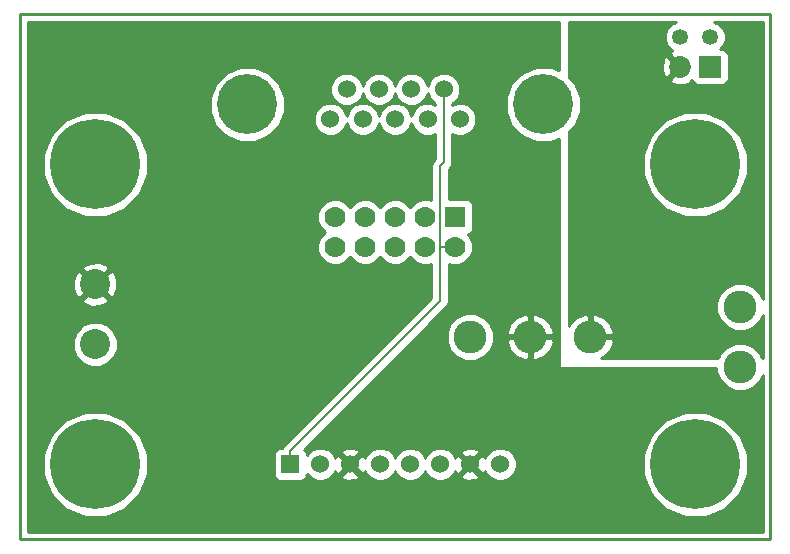
<source format=gtl>
G04 (created by PCBNEW-RS274X (2010-03-14)-final) date Tue 08 Feb 2011 04:32:16 PM PST*
G01*
G70*
G90*
%MOIN*%
G04 Gerber Fmt 3.4, Leading zero omitted, Abs format*
%FSLAX34Y34*%
G04 APERTURE LIST*
%ADD10C,0.006000*%
%ADD11C,0.009000*%
%ADD12C,0.060000*%
%ADD13C,0.200000*%
%ADD14O,0.109500X0.109500*%
%ADD15C,0.109500*%
%ADD16C,0.100000*%
%ADD17R,0.060000X0.060000*%
%ADD18R,0.070000X0.070000*%
%ADD19C,0.070000*%
%ADD20C,0.300000*%
%ADD21C,0.073000*%
%ADD22R,0.073000X0.073000*%
%ADD23C,0.053000*%
%ADD24C,0.008000*%
%ADD25C,0.010000*%
G04 APERTURE END LIST*
G54D10*
G54D11*
X38500Y-39000D02*
X38500Y-56500D01*
X63500Y-39000D02*
X38500Y-39000D01*
X63500Y-56500D02*
X63500Y-39000D01*
X38500Y-56500D02*
X63500Y-56500D01*
G54D12*
X53160Y-42500D03*
X52080Y-42500D03*
X51000Y-42500D03*
X49920Y-42500D03*
X48840Y-42500D03*
X52620Y-41500D03*
X51540Y-41500D03*
X50460Y-41500D03*
X49380Y-41500D03*
G54D13*
X55930Y-42000D03*
X46070Y-42000D03*
G54D14*
X57500Y-49750D03*
X55500Y-49750D03*
X53500Y-49750D03*
G54D15*
X62500Y-50750D03*
X62500Y-48750D03*
G54D16*
X41000Y-48000D03*
X41000Y-50000D03*
G54D17*
X47500Y-54000D03*
G54D12*
X48500Y-54000D03*
X49500Y-54000D03*
X50500Y-54000D03*
X51500Y-54000D03*
X52500Y-54000D03*
X53500Y-54000D03*
X54500Y-54000D03*
G54D18*
X53000Y-45750D03*
G54D19*
X53000Y-46750D03*
X52000Y-45750D03*
X52000Y-46750D03*
X51000Y-45750D03*
X51000Y-46750D03*
X50000Y-45750D03*
X50000Y-46750D03*
X49000Y-45750D03*
X49000Y-46750D03*
G54D20*
X41000Y-44000D03*
X61000Y-44000D03*
X41000Y-54000D03*
X61000Y-54000D03*
G54D21*
X60500Y-40750D03*
G54D22*
X61500Y-40750D03*
G54D23*
X61500Y-39750D03*
X60500Y-39750D03*
G54D24*
X53000Y-46750D02*
X52500Y-46750D01*
X52500Y-48557D02*
X52500Y-46750D01*
X47500Y-53557D02*
X52500Y-48557D01*
X52620Y-43923D02*
X52620Y-41500D01*
X52500Y-44043D02*
X52620Y-43923D01*
X52500Y-46750D02*
X52500Y-44043D01*
X47500Y-54000D02*
X47500Y-53557D01*
G54D25*
X61626Y-39244D02*
X61626Y-39244D01*
X56800Y-39324D02*
X60198Y-39324D01*
X61802Y-39324D02*
X63255Y-39324D01*
X56800Y-39404D02*
X60118Y-39404D01*
X61882Y-39404D02*
X63255Y-39404D01*
X56800Y-39484D02*
X60054Y-39484D01*
X61948Y-39484D02*
X63255Y-39484D01*
X56800Y-39564D02*
X60020Y-39564D01*
X61981Y-39564D02*
X63255Y-39564D01*
X56800Y-39644D02*
X59987Y-39644D01*
X62014Y-39644D02*
X63255Y-39644D01*
X56800Y-39724D02*
X59985Y-39724D01*
X62015Y-39724D02*
X63255Y-39724D01*
X56800Y-39804D02*
X59985Y-39804D01*
X62015Y-39804D02*
X63255Y-39804D01*
X56800Y-39884D02*
X59998Y-39884D01*
X62002Y-39884D02*
X63255Y-39884D01*
X56800Y-39964D02*
X60031Y-39964D01*
X61968Y-39964D02*
X63255Y-39964D01*
X56800Y-40044D02*
X60066Y-40044D01*
X61934Y-40044D02*
X63255Y-40044D01*
X56800Y-40124D02*
X60146Y-40124D01*
X61854Y-40124D02*
X63255Y-40124D01*
X56800Y-40204D02*
X60230Y-40204D01*
X62036Y-40204D02*
X63255Y-40204D01*
X56800Y-40284D02*
X60161Y-40284D01*
X62093Y-40284D02*
X63255Y-40284D01*
X56800Y-40364D02*
X60184Y-40364D01*
X62114Y-40364D02*
X63255Y-40364D01*
X56800Y-40444D02*
X59970Y-40444D01*
X60124Y-40444D02*
X60264Y-40444D01*
X62114Y-40444D02*
X63255Y-40444D01*
X56800Y-40524D02*
X59941Y-40524D01*
X60204Y-40524D02*
X60344Y-40524D01*
X62114Y-40524D02*
X63255Y-40524D01*
X56800Y-40604D02*
X59912Y-40604D01*
X60284Y-40604D02*
X60424Y-40604D01*
X62114Y-40604D02*
X63255Y-40604D01*
X56800Y-40684D02*
X59894Y-40684D01*
X60364Y-40684D02*
X60505Y-40684D01*
X62114Y-40684D02*
X63255Y-40684D01*
X56800Y-40764D02*
X59897Y-40764D01*
X60415Y-40764D02*
X60557Y-40764D01*
X62114Y-40764D02*
X63255Y-40764D01*
X56800Y-40844D02*
X59900Y-40844D01*
X60335Y-40844D02*
X60477Y-40844D01*
X62114Y-40844D02*
X63255Y-40844D01*
X56800Y-40924D02*
X59915Y-40924D01*
X60255Y-40924D02*
X60397Y-40924D01*
X62114Y-40924D02*
X63255Y-40924D01*
X56800Y-41004D02*
X59948Y-41004D01*
X60175Y-41004D02*
X60317Y-41004D01*
X62114Y-41004D02*
X63255Y-41004D01*
X56800Y-41084D02*
X60016Y-41084D01*
X60095Y-41084D02*
X60237Y-41084D01*
X62114Y-41084D02*
X63255Y-41084D01*
X56862Y-41164D02*
X60157Y-41164D01*
X62114Y-41164D02*
X63255Y-41164D01*
X56942Y-41244D02*
X60169Y-41244D01*
X60830Y-41244D02*
X60919Y-41244D01*
X62081Y-41244D02*
X63255Y-41244D01*
X57003Y-41324D02*
X60314Y-41324D01*
X60700Y-41324D02*
X60992Y-41324D01*
X62008Y-41324D02*
X63255Y-41324D01*
X57036Y-41404D02*
X63255Y-41404D01*
X57069Y-41484D02*
X63255Y-41484D01*
X57102Y-41564D02*
X63255Y-41564D01*
X57135Y-41644D02*
X63255Y-41644D01*
X57169Y-41724D02*
X63255Y-41724D01*
X57179Y-41804D02*
X63255Y-41804D01*
X57179Y-41884D02*
X63255Y-41884D01*
X57179Y-41964D02*
X63255Y-41964D01*
X57179Y-42044D02*
X63255Y-42044D01*
X57179Y-42124D02*
X63255Y-42124D01*
X57179Y-42204D02*
X63255Y-42204D01*
X57164Y-42284D02*
X60571Y-42284D01*
X61431Y-42284D02*
X63255Y-42284D01*
X57131Y-42364D02*
X60376Y-42364D01*
X61624Y-42364D02*
X63255Y-42364D01*
X57098Y-42444D02*
X60183Y-42444D01*
X61817Y-42444D02*
X63255Y-42444D01*
X57065Y-42524D02*
X60002Y-42524D01*
X61999Y-42524D02*
X63255Y-42524D01*
X57032Y-42604D02*
X59922Y-42604D01*
X62079Y-42604D02*
X63255Y-42604D01*
X56999Y-42684D02*
X59842Y-42684D01*
X62159Y-42684D02*
X63255Y-42684D01*
X56933Y-42764D02*
X59762Y-42764D01*
X62239Y-42764D02*
X63255Y-42764D01*
X56853Y-42844D02*
X59682Y-42844D01*
X62319Y-42844D02*
X63255Y-42844D01*
X56800Y-42924D02*
X59602Y-42924D01*
X62399Y-42924D02*
X63255Y-42924D01*
X56800Y-43004D02*
X59522Y-43004D01*
X62479Y-43004D02*
X63255Y-43004D01*
X56800Y-43084D02*
X59486Y-43084D01*
X62515Y-43084D02*
X63255Y-43084D01*
X56800Y-43164D02*
X59453Y-43164D01*
X62548Y-43164D02*
X63255Y-43164D01*
X56800Y-43244D02*
X59420Y-43244D01*
X62581Y-43244D02*
X63255Y-43244D01*
X56800Y-43324D02*
X59386Y-43324D01*
X62614Y-43324D02*
X63255Y-43324D01*
X56800Y-43404D02*
X59353Y-43404D01*
X62647Y-43404D02*
X63255Y-43404D01*
X56800Y-43484D02*
X59320Y-43484D01*
X62681Y-43484D02*
X63255Y-43484D01*
X56800Y-43564D02*
X59287Y-43564D01*
X62714Y-43564D02*
X63255Y-43564D01*
X56800Y-43644D02*
X59253Y-43644D01*
X62747Y-43644D02*
X63255Y-43644D01*
X56800Y-43724D02*
X59250Y-43724D01*
X62750Y-43724D02*
X63255Y-43724D01*
X56800Y-43804D02*
X59250Y-43804D01*
X62750Y-43804D02*
X63255Y-43804D01*
X56800Y-43884D02*
X59250Y-43884D01*
X62750Y-43884D02*
X63255Y-43884D01*
X56800Y-43964D02*
X59250Y-43964D01*
X62750Y-43964D02*
X63255Y-43964D01*
X56800Y-44044D02*
X59250Y-44044D01*
X62750Y-44044D02*
X63255Y-44044D01*
X56800Y-44124D02*
X59250Y-44124D01*
X62750Y-44124D02*
X63255Y-44124D01*
X56800Y-44204D02*
X59250Y-44204D01*
X62750Y-44204D02*
X63255Y-44204D01*
X56800Y-44284D02*
X59250Y-44284D01*
X62750Y-44284D02*
X63255Y-44284D01*
X56800Y-44364D02*
X59257Y-44364D01*
X62743Y-44364D02*
X63255Y-44364D01*
X56800Y-44444D02*
X59290Y-44444D01*
X62710Y-44444D02*
X63255Y-44444D01*
X56800Y-44524D02*
X59323Y-44524D01*
X62677Y-44524D02*
X63255Y-44524D01*
X56800Y-44604D02*
X59356Y-44604D01*
X62644Y-44604D02*
X63255Y-44604D01*
X56800Y-44684D02*
X59389Y-44684D01*
X62610Y-44684D02*
X63255Y-44684D01*
X56800Y-44764D02*
X59422Y-44764D01*
X62577Y-44764D02*
X63255Y-44764D01*
X56800Y-44844D02*
X59455Y-44844D01*
X62544Y-44844D02*
X63255Y-44844D01*
X56800Y-44924D02*
X59488Y-44924D01*
X62511Y-44924D02*
X63255Y-44924D01*
X56800Y-45004D02*
X59529Y-45004D01*
X62470Y-45004D02*
X63255Y-45004D01*
X56800Y-45084D02*
X59609Y-45084D01*
X62390Y-45084D02*
X63255Y-45084D01*
X56800Y-45164D02*
X59689Y-45164D01*
X62310Y-45164D02*
X63255Y-45164D01*
X56800Y-45244D02*
X59769Y-45244D01*
X62230Y-45244D02*
X63255Y-45244D01*
X56800Y-45324D02*
X59849Y-45324D01*
X62150Y-45324D02*
X63255Y-45324D01*
X56800Y-45404D02*
X59929Y-45404D01*
X62070Y-45404D02*
X63255Y-45404D01*
X56800Y-45484D02*
X60010Y-45484D01*
X61990Y-45484D02*
X63255Y-45484D01*
X56800Y-45564D02*
X60203Y-45564D01*
X61796Y-45564D02*
X63255Y-45564D01*
X56800Y-45644D02*
X60395Y-45644D01*
X61603Y-45644D02*
X63255Y-45644D01*
X56800Y-45724D02*
X60588Y-45724D01*
X61409Y-45724D02*
X63255Y-45724D01*
X56800Y-45804D02*
X63255Y-45804D01*
X56800Y-45884D02*
X63255Y-45884D01*
X56800Y-45964D02*
X63255Y-45964D01*
X56800Y-46044D02*
X63255Y-46044D01*
X56800Y-46124D02*
X63255Y-46124D01*
X56800Y-46204D02*
X63255Y-46204D01*
X56800Y-46284D02*
X63255Y-46284D01*
X56800Y-46364D02*
X63255Y-46364D01*
X56800Y-46444D02*
X63255Y-46444D01*
X56800Y-46524D02*
X63255Y-46524D01*
X56800Y-46604D02*
X63255Y-46604D01*
X56800Y-46684D02*
X63255Y-46684D01*
X56800Y-46764D02*
X63255Y-46764D01*
X56800Y-46844D02*
X63255Y-46844D01*
X56800Y-46924D02*
X63255Y-46924D01*
X56800Y-47004D02*
X63255Y-47004D01*
X56800Y-47084D02*
X63255Y-47084D01*
X56800Y-47164D02*
X63255Y-47164D01*
X56800Y-47244D02*
X63255Y-47244D01*
X56800Y-47324D02*
X63255Y-47324D01*
X56800Y-47404D02*
X63255Y-47404D01*
X56800Y-47484D02*
X63255Y-47484D01*
X56800Y-47564D02*
X63255Y-47564D01*
X56800Y-47644D02*
X63255Y-47644D01*
X56800Y-47724D02*
X63255Y-47724D01*
X56800Y-47804D02*
X63255Y-47804D01*
X56800Y-47884D02*
X63255Y-47884D01*
X56800Y-47964D02*
X62316Y-47964D01*
X62686Y-47964D02*
X63255Y-47964D01*
X56800Y-48044D02*
X62122Y-48044D01*
X62878Y-48044D02*
X63255Y-48044D01*
X56800Y-48124D02*
X61999Y-48124D01*
X63001Y-48124D02*
X63255Y-48124D01*
X56800Y-48204D02*
X61919Y-48204D01*
X63081Y-48204D02*
X63255Y-48204D01*
X56800Y-48284D02*
X61839Y-48284D01*
X63161Y-48284D02*
X63255Y-48284D01*
X56800Y-48364D02*
X61798Y-48364D01*
X63203Y-48364D02*
X63255Y-48364D01*
X56800Y-48444D02*
X61765Y-48444D01*
X63236Y-48444D02*
X63255Y-48444D01*
X56800Y-48524D02*
X61731Y-48524D01*
X56800Y-48604D02*
X61703Y-48604D01*
X56800Y-48684D02*
X61703Y-48684D01*
X56800Y-48764D02*
X61703Y-48764D01*
X56800Y-48844D02*
X61703Y-48844D01*
X56800Y-48924D02*
X61709Y-48924D01*
X56800Y-49004D02*
X57246Y-49004D01*
X57414Y-49004D02*
X57587Y-49004D01*
X57755Y-49004D02*
X61742Y-49004D01*
X56800Y-49084D02*
X57058Y-49084D01*
X57450Y-49084D02*
X57550Y-49084D01*
X57943Y-49084D02*
X61775Y-49084D01*
X63223Y-49084D02*
X63255Y-49084D01*
X56800Y-49164D02*
X56974Y-49164D01*
X57450Y-49164D02*
X57550Y-49164D01*
X58027Y-49164D02*
X61808Y-49164D01*
X63190Y-49164D02*
X63255Y-49164D01*
X56800Y-49244D02*
X56890Y-49244D01*
X57450Y-49244D02*
X57550Y-49244D01*
X58111Y-49244D02*
X61867Y-49244D01*
X63133Y-49244D02*
X63255Y-49244D01*
X56800Y-49324D02*
X56828Y-49324D01*
X57450Y-49324D02*
X57550Y-49324D01*
X58173Y-49324D02*
X61947Y-49324D01*
X63053Y-49324D02*
X63255Y-49324D01*
X57450Y-49404D02*
X57550Y-49404D01*
X58209Y-49404D02*
X62027Y-49404D01*
X62973Y-49404D02*
X63255Y-49404D01*
X57450Y-49484D02*
X57550Y-49484D01*
X58244Y-49484D02*
X62189Y-49484D01*
X62810Y-49484D02*
X63255Y-49484D01*
X57450Y-49564D02*
X57550Y-49564D01*
X58280Y-49564D02*
X63255Y-49564D01*
X57450Y-49644D02*
X57550Y-49644D01*
X58259Y-49644D02*
X63255Y-49644D01*
X57450Y-49724D02*
X63255Y-49724D01*
X58242Y-49804D02*
X63255Y-49804D01*
X58270Y-49884D02*
X63255Y-49884D01*
X58266Y-49964D02*
X62316Y-49964D01*
X62686Y-49964D02*
X63255Y-49964D01*
X58231Y-50044D02*
X62122Y-50044D01*
X62878Y-50044D02*
X63255Y-50044D01*
X58195Y-50124D02*
X61999Y-50124D01*
X63001Y-50124D02*
X63255Y-50124D01*
X58160Y-50204D02*
X61919Y-50204D01*
X63081Y-50204D02*
X63255Y-50204D01*
X58081Y-50284D02*
X61839Y-50284D01*
X63161Y-50284D02*
X63255Y-50284D01*
X57997Y-50364D02*
X61798Y-50364D01*
X63203Y-50364D02*
X63255Y-50364D01*
X57888Y-50444D02*
X61764Y-50444D01*
X63236Y-50444D02*
X63255Y-50444D01*
X63255Y-50450D02*
X63255Y-49009D01*
X63175Y-49202D01*
X62951Y-49426D01*
X62658Y-49547D01*
X62341Y-49547D01*
X62048Y-49425D01*
X61824Y-49201D01*
X61703Y-48908D01*
X61703Y-48591D01*
X61825Y-48298D01*
X62049Y-48074D01*
X62342Y-47953D01*
X62659Y-47953D01*
X62952Y-48075D01*
X63176Y-48299D01*
X63255Y-48490D01*
X63255Y-39245D01*
X61626Y-39244D01*
X61792Y-39314D01*
X61937Y-39459D01*
X62015Y-39648D01*
X62015Y-39853D01*
X61936Y-40042D01*
X61842Y-40136D01*
X61915Y-40136D01*
X62006Y-40174D01*
X62076Y-40244D01*
X62114Y-40336D01*
X62114Y-41165D01*
X62076Y-41256D01*
X62006Y-41326D01*
X61914Y-41364D01*
X61085Y-41364D01*
X60994Y-41326D01*
X60924Y-41256D01*
X60890Y-41174D01*
X60872Y-41193D01*
X60853Y-41174D01*
X60820Y-41275D01*
X60644Y-41347D01*
X60405Y-41357D01*
X60180Y-41275D01*
X60146Y-41174D01*
X60500Y-40821D01*
X60571Y-40750D01*
X60500Y-40679D01*
X60146Y-40326D01*
X60180Y-40225D01*
X60241Y-40199D01*
X60208Y-40186D01*
X60063Y-40041D01*
X59985Y-39852D01*
X59985Y-39647D01*
X60064Y-39458D01*
X60209Y-39313D01*
X60373Y-39245D01*
X56800Y-39245D01*
X56800Y-41102D01*
X56990Y-41293D01*
X57180Y-41753D01*
X57179Y-42250D01*
X56989Y-42709D01*
X56800Y-42897D01*
X56800Y-49385D01*
X56843Y-49288D01*
X57070Y-49072D01*
X57326Y-48973D01*
X57450Y-49017D01*
X57450Y-49700D01*
X57450Y-49800D01*
X57550Y-49800D01*
X57550Y-49700D01*
X57550Y-49017D01*
X57674Y-48973D01*
X57930Y-49072D01*
X58157Y-49288D01*
X58284Y-49575D01*
X58240Y-49700D01*
X57550Y-49700D01*
X57550Y-49800D01*
X58240Y-49800D01*
X58284Y-49925D01*
X58157Y-50212D01*
X57930Y-50428D01*
X57873Y-50450D01*
X60651Y-50450D01*
X60651Y-45750D01*
X60008Y-45483D01*
X59516Y-44990D01*
X59250Y-44347D01*
X59250Y-43651D01*
X59517Y-43008D01*
X60010Y-42516D01*
X60076Y-42488D01*
X60076Y-41104D01*
X59975Y-41070D01*
X59903Y-40894D01*
X59893Y-40655D01*
X59975Y-40430D01*
X60076Y-40396D01*
X60429Y-40750D01*
X60076Y-41104D01*
X60076Y-42488D01*
X60405Y-42352D01*
X60653Y-42250D01*
X61349Y-42250D01*
X61992Y-42517D01*
X62484Y-43010D01*
X62750Y-43653D01*
X62750Y-44349D01*
X62483Y-44992D01*
X61990Y-45484D01*
X61347Y-45750D01*
X60651Y-45750D01*
X60651Y-50450D01*
X61761Y-50450D01*
X61825Y-50298D01*
X62049Y-50074D01*
X62342Y-49953D01*
X62659Y-49953D01*
X62952Y-50075D01*
X63176Y-50299D01*
X63238Y-50450D01*
X63255Y-50450D01*
X38745Y-39245D02*
X56450Y-39245D01*
X38745Y-39325D02*
X56450Y-39325D01*
X38745Y-39405D02*
X56450Y-39405D01*
X38745Y-39485D02*
X56450Y-39485D01*
X38745Y-39565D02*
X56450Y-39565D01*
X38745Y-39645D02*
X56450Y-39645D01*
X38745Y-39725D02*
X56450Y-39725D01*
X38745Y-39805D02*
X56450Y-39805D01*
X38745Y-39885D02*
X56450Y-39885D01*
X38745Y-39965D02*
X56450Y-39965D01*
X38745Y-40045D02*
X56450Y-40045D01*
X38745Y-40125D02*
X56450Y-40125D01*
X38745Y-40205D02*
X56450Y-40205D01*
X38745Y-40285D02*
X56450Y-40285D01*
X38745Y-40365D02*
X56450Y-40365D01*
X38745Y-40445D02*
X56450Y-40445D01*
X38745Y-40525D02*
X56450Y-40525D01*
X38745Y-40605D02*
X56450Y-40605D01*
X38745Y-40685D02*
X56450Y-40685D01*
X38745Y-40765D02*
X45787Y-40765D01*
X46354Y-40765D02*
X55647Y-40765D01*
X56215Y-40765D02*
X56450Y-40765D01*
X38745Y-40845D02*
X45593Y-40845D01*
X46548Y-40845D02*
X55453Y-40845D01*
X56409Y-40845D02*
X56450Y-40845D01*
X38745Y-40925D02*
X45400Y-40925D01*
X46741Y-40925D02*
X55260Y-40925D01*
X38745Y-41005D02*
X45298Y-41005D01*
X46843Y-41005D02*
X49142Y-41005D01*
X49619Y-41005D02*
X50222Y-41005D01*
X50699Y-41005D02*
X51302Y-41005D01*
X51779Y-41005D02*
X52382Y-41005D01*
X52859Y-41005D02*
X55158Y-41005D01*
X38745Y-41085D02*
X45218Y-41085D01*
X46923Y-41085D02*
X49019Y-41085D01*
X49741Y-41085D02*
X50099Y-41085D01*
X50821Y-41085D02*
X51179Y-41085D01*
X51901Y-41085D02*
X52259Y-41085D01*
X52981Y-41085D02*
X55078Y-41085D01*
X38745Y-41165D02*
X45138Y-41165D01*
X47003Y-41165D02*
X48939Y-41165D01*
X49821Y-41165D02*
X50019Y-41165D01*
X50901Y-41165D02*
X51099Y-41165D01*
X51981Y-41165D02*
X52179Y-41165D01*
X53061Y-41165D02*
X54998Y-41165D01*
X38745Y-41245D02*
X45058Y-41245D01*
X47083Y-41245D02*
X48892Y-41245D01*
X49869Y-41245D02*
X49972Y-41245D01*
X50949Y-41245D02*
X51052Y-41245D01*
X52029Y-41245D02*
X52132Y-41245D01*
X53109Y-41245D02*
X54918Y-41245D01*
X38745Y-41325D02*
X44997Y-41325D01*
X47144Y-41325D02*
X48859Y-41325D01*
X49902Y-41325D02*
X49939Y-41325D01*
X50982Y-41325D02*
X51019Y-41325D01*
X52062Y-41325D02*
X52099Y-41325D01*
X53142Y-41325D02*
X54857Y-41325D01*
X38745Y-41405D02*
X44964Y-41405D01*
X47177Y-41405D02*
X48831Y-41405D01*
X53169Y-41405D02*
X54824Y-41405D01*
X38745Y-41485D02*
X44931Y-41485D01*
X47210Y-41485D02*
X48831Y-41485D01*
X53169Y-41485D02*
X54791Y-41485D01*
X38745Y-41565D02*
X44898Y-41565D01*
X47243Y-41565D02*
X48831Y-41565D01*
X53169Y-41565D02*
X54758Y-41565D01*
X38745Y-41645D02*
X44865Y-41645D01*
X47276Y-41645D02*
X48845Y-41645D01*
X49913Y-41645D02*
X49926Y-41645D01*
X50993Y-41645D02*
X51006Y-41645D01*
X52073Y-41645D02*
X52086Y-41645D01*
X53154Y-41645D02*
X54725Y-41645D01*
X38745Y-41725D02*
X44832Y-41725D01*
X47309Y-41725D02*
X48879Y-41725D01*
X49880Y-41725D02*
X49959Y-41725D01*
X50960Y-41725D02*
X51039Y-41725D01*
X52040Y-41725D02*
X52119Y-41725D01*
X53120Y-41725D02*
X54692Y-41725D01*
X38745Y-41805D02*
X44821Y-41805D01*
X47319Y-41805D02*
X48912Y-41805D01*
X49847Y-41805D02*
X49992Y-41805D01*
X50927Y-41805D02*
X51072Y-41805D01*
X52007Y-41805D02*
X52152Y-41805D01*
X53087Y-41805D02*
X54681Y-41805D01*
X38745Y-41885D02*
X44821Y-41885D01*
X47319Y-41885D02*
X48989Y-41885D01*
X49771Y-41885D02*
X50069Y-41885D01*
X50851Y-41885D02*
X51149Y-41885D01*
X51931Y-41885D02*
X52229Y-41885D01*
X53011Y-41885D02*
X54681Y-41885D01*
X38745Y-41965D02*
X44821Y-41965D01*
X47319Y-41965D02*
X48698Y-41965D01*
X48983Y-41965D02*
X49069Y-41965D01*
X49691Y-41965D02*
X49778Y-41965D01*
X50063Y-41965D02*
X50149Y-41965D01*
X50771Y-41965D02*
X50858Y-41965D01*
X51143Y-41965D02*
X51229Y-41965D01*
X51851Y-41965D02*
X51938Y-41965D01*
X52224Y-41965D02*
X52309Y-41965D01*
X52931Y-41965D02*
X53017Y-41965D01*
X53303Y-41965D02*
X54681Y-41965D01*
X38745Y-42045D02*
X44821Y-42045D01*
X47319Y-42045D02*
X48519Y-42045D01*
X49161Y-42045D02*
X49261Y-42045D01*
X49498Y-42045D02*
X49599Y-42045D01*
X50241Y-42045D02*
X50341Y-42045D01*
X50578Y-42045D02*
X50679Y-42045D01*
X51321Y-42045D02*
X51421Y-42045D01*
X51658Y-42045D02*
X51759Y-42045D01*
X53481Y-42045D02*
X54681Y-42045D01*
X38745Y-42125D02*
X44821Y-42125D01*
X47319Y-42125D02*
X48439Y-42125D01*
X49241Y-42125D02*
X49519Y-42125D01*
X50321Y-42125D02*
X50599Y-42125D01*
X51401Y-42125D02*
X51679Y-42125D01*
X53561Y-42125D02*
X54681Y-42125D01*
X38745Y-42205D02*
X44821Y-42205D01*
X47319Y-42205D02*
X48369Y-42205D01*
X49312Y-42205D02*
X49449Y-42205D01*
X50392Y-42205D02*
X50529Y-42205D01*
X51472Y-42205D02*
X51609Y-42205D01*
X53632Y-42205D02*
X54681Y-42205D01*
X38745Y-42285D02*
X40569Y-42285D01*
X41434Y-42285D02*
X44835Y-42285D01*
X47304Y-42285D02*
X48336Y-42285D01*
X49345Y-42285D02*
X49415Y-42285D01*
X50425Y-42285D02*
X50495Y-42285D01*
X51505Y-42285D02*
X51575Y-42285D01*
X53665Y-42285D02*
X54695Y-42285D01*
X38745Y-42365D02*
X40376Y-42365D01*
X41626Y-42365D02*
X44868Y-42365D01*
X47271Y-42365D02*
X48302Y-42365D01*
X49379Y-42365D02*
X49382Y-42365D01*
X50459Y-42365D02*
X50462Y-42365D01*
X51539Y-42365D02*
X51542Y-42365D01*
X53699Y-42365D02*
X54728Y-42365D01*
X38745Y-42445D02*
X40182Y-42445D01*
X41819Y-42445D02*
X44901Y-42445D01*
X47238Y-42445D02*
X48291Y-42445D01*
X53709Y-42445D02*
X54761Y-42445D01*
X38745Y-42525D02*
X40001Y-42525D01*
X42000Y-42525D02*
X44934Y-42525D01*
X47205Y-42525D02*
X48291Y-42525D01*
X53709Y-42525D02*
X54794Y-42525D01*
X38745Y-42605D02*
X39921Y-42605D01*
X42080Y-42605D02*
X44967Y-42605D01*
X47172Y-42605D02*
X48291Y-42605D01*
X53709Y-42605D02*
X54827Y-42605D01*
X38745Y-42685D02*
X39841Y-42685D01*
X42160Y-42685D02*
X45000Y-42685D01*
X47138Y-42685D02*
X48322Y-42685D01*
X49357Y-42685D02*
X49402Y-42685D01*
X50437Y-42685D02*
X50482Y-42685D01*
X51517Y-42685D02*
X51562Y-42685D01*
X53677Y-42685D02*
X54860Y-42685D01*
X38745Y-42765D02*
X39761Y-42765D01*
X42240Y-42765D02*
X45067Y-42765D01*
X47072Y-42765D02*
X48355Y-42765D01*
X49324Y-42765D02*
X49435Y-42765D01*
X50404Y-42765D02*
X50515Y-42765D01*
X51484Y-42765D02*
X51595Y-42765D01*
X53644Y-42765D02*
X54927Y-42765D01*
X38745Y-42845D02*
X39681Y-42845D01*
X42320Y-42845D02*
X45147Y-42845D01*
X46992Y-42845D02*
X48409Y-42845D01*
X49271Y-42845D02*
X49489Y-42845D01*
X50351Y-42845D02*
X50569Y-42845D01*
X51431Y-42845D02*
X51649Y-42845D01*
X53591Y-42845D02*
X55007Y-42845D01*
X38745Y-42925D02*
X39601Y-42925D01*
X42400Y-42925D02*
X45227Y-42925D01*
X46912Y-42925D02*
X48489Y-42925D01*
X49191Y-42925D02*
X49569Y-42925D01*
X50271Y-42925D02*
X50649Y-42925D01*
X51351Y-42925D02*
X51729Y-42925D01*
X53511Y-42925D02*
X55087Y-42925D01*
X38745Y-43005D02*
X39521Y-43005D01*
X42480Y-43005D02*
X45307Y-43005D01*
X46832Y-43005D02*
X48625Y-43005D01*
X49054Y-43005D02*
X49705Y-43005D01*
X50134Y-43005D02*
X50785Y-43005D01*
X51214Y-43005D02*
X51865Y-43005D01*
X52294Y-43005D02*
X52330Y-43005D01*
X52910Y-43005D02*
X52945Y-43005D01*
X53374Y-43005D02*
X55167Y-43005D01*
X38745Y-43085D02*
X39486Y-43085D01*
X42516Y-43085D02*
X45423Y-43085D01*
X46716Y-43085D02*
X52330Y-43085D01*
X52910Y-43085D02*
X55283Y-43085D01*
X38745Y-43165D02*
X39452Y-43165D01*
X42549Y-43165D02*
X45617Y-43165D01*
X46522Y-43165D02*
X52330Y-43165D01*
X52910Y-43165D02*
X55477Y-43165D01*
X56382Y-43165D02*
X56450Y-43165D01*
X38745Y-43245D02*
X39419Y-43245D01*
X42582Y-43245D02*
X45810Y-43245D01*
X46329Y-43245D02*
X52330Y-43245D01*
X52910Y-43245D02*
X55670Y-43245D01*
X56189Y-43245D02*
X56450Y-43245D01*
X38745Y-43325D02*
X39386Y-43325D01*
X42615Y-43325D02*
X52330Y-43325D01*
X52910Y-43325D02*
X56450Y-43325D01*
X38745Y-43405D02*
X39353Y-43405D01*
X42648Y-43405D02*
X52330Y-43405D01*
X52910Y-43405D02*
X56450Y-43405D01*
X38745Y-43485D02*
X39319Y-43485D01*
X42681Y-43485D02*
X52330Y-43485D01*
X52910Y-43485D02*
X56450Y-43485D01*
X38745Y-43565D02*
X39286Y-43565D01*
X42714Y-43565D02*
X52330Y-43565D01*
X52910Y-43565D02*
X56450Y-43565D01*
X38745Y-43645D02*
X39253Y-43645D01*
X42747Y-43645D02*
X52330Y-43645D01*
X52910Y-43645D02*
X56450Y-43645D01*
X38745Y-43725D02*
X39250Y-43725D01*
X42750Y-43725D02*
X52330Y-43725D01*
X52910Y-43725D02*
X56450Y-43725D01*
X38745Y-43805D02*
X39250Y-43805D01*
X42750Y-43805D02*
X52328Y-43805D01*
X52910Y-43805D02*
X56450Y-43805D01*
X38745Y-43885D02*
X39250Y-43885D01*
X42750Y-43885D02*
X52264Y-43885D01*
X52910Y-43885D02*
X56450Y-43885D01*
X38745Y-43965D02*
X39250Y-43965D01*
X42750Y-43965D02*
X52226Y-43965D01*
X52901Y-43965D02*
X56450Y-43965D01*
X38745Y-44045D02*
X39250Y-44045D01*
X42750Y-44045D02*
X52210Y-44045D01*
X52880Y-44045D02*
X56450Y-44045D01*
X38745Y-44125D02*
X39250Y-44125D01*
X42750Y-44125D02*
X52210Y-44125D01*
X52827Y-44125D02*
X56450Y-44125D01*
X38745Y-44205D02*
X39250Y-44205D01*
X42750Y-44205D02*
X52210Y-44205D01*
X52790Y-44205D02*
X56450Y-44205D01*
X38745Y-44285D02*
X39250Y-44285D01*
X42750Y-44285D02*
X52210Y-44285D01*
X52790Y-44285D02*
X56450Y-44285D01*
X38745Y-44365D02*
X39257Y-44365D01*
X42743Y-44365D02*
X52210Y-44365D01*
X52790Y-44365D02*
X56450Y-44365D01*
X38745Y-44445D02*
X39290Y-44445D01*
X42710Y-44445D02*
X52210Y-44445D01*
X52790Y-44445D02*
X56450Y-44445D01*
X38745Y-44525D02*
X39323Y-44525D01*
X42676Y-44525D02*
X52210Y-44525D01*
X52790Y-44525D02*
X56450Y-44525D01*
X38745Y-44605D02*
X39356Y-44605D01*
X42643Y-44605D02*
X52210Y-44605D01*
X52790Y-44605D02*
X56450Y-44605D01*
X38745Y-44685D02*
X39389Y-44685D01*
X42610Y-44685D02*
X52210Y-44685D01*
X52790Y-44685D02*
X56450Y-44685D01*
X38745Y-44765D02*
X39422Y-44765D01*
X42577Y-44765D02*
X52210Y-44765D01*
X52790Y-44765D02*
X56450Y-44765D01*
X38745Y-44845D02*
X39456Y-44845D01*
X42544Y-44845D02*
X52210Y-44845D01*
X52790Y-44845D02*
X56450Y-44845D01*
X38745Y-44925D02*
X39489Y-44925D01*
X42510Y-44925D02*
X52210Y-44925D01*
X52790Y-44925D02*
X56450Y-44925D01*
X38745Y-45005D02*
X39530Y-45005D01*
X42469Y-45005D02*
X52210Y-45005D01*
X52790Y-45005D02*
X56450Y-45005D01*
X38745Y-45085D02*
X39610Y-45085D01*
X42389Y-45085D02*
X52210Y-45085D01*
X52790Y-45085D02*
X56450Y-45085D01*
X38745Y-45165D02*
X39690Y-45165D01*
X42309Y-45165D02*
X48848Y-45165D01*
X49153Y-45165D02*
X49848Y-45165D01*
X50153Y-45165D02*
X50848Y-45165D01*
X51153Y-45165D02*
X51848Y-45165D01*
X52154Y-45165D02*
X52210Y-45165D01*
X53434Y-45165D02*
X56450Y-45165D01*
X38745Y-45245D02*
X39770Y-45245D01*
X42229Y-45245D02*
X48658Y-45245D01*
X49343Y-45245D02*
X49658Y-45245D01*
X50342Y-45245D02*
X50658Y-45245D01*
X51342Y-45245D02*
X51658Y-45245D01*
X53547Y-45245D02*
X56450Y-45245D01*
X38745Y-45325D02*
X39850Y-45325D01*
X42149Y-45325D02*
X48578Y-45325D01*
X49423Y-45325D02*
X49578Y-45325D01*
X50422Y-45325D02*
X50577Y-45325D01*
X51422Y-45325D02*
X51577Y-45325D01*
X53589Y-45325D02*
X56450Y-45325D01*
X38745Y-45405D02*
X39930Y-45405D01*
X42069Y-45405D02*
X48498Y-45405D01*
X53599Y-45405D02*
X56450Y-45405D01*
X38745Y-45485D02*
X40012Y-45485D01*
X41987Y-45485D02*
X48462Y-45485D01*
X53599Y-45485D02*
X56450Y-45485D01*
X38745Y-45565D02*
X40205Y-45565D01*
X41794Y-45565D02*
X48429Y-45565D01*
X53599Y-45565D02*
X56450Y-45565D01*
X38745Y-45645D02*
X40398Y-45645D01*
X41600Y-45645D02*
X48401Y-45645D01*
X53599Y-45645D02*
X56450Y-45645D01*
X38745Y-45725D02*
X40590Y-45725D01*
X41407Y-45725D02*
X48401Y-45725D01*
X53599Y-45725D02*
X56450Y-45725D01*
X38745Y-45805D02*
X48401Y-45805D01*
X53599Y-45805D02*
X56450Y-45805D01*
X38745Y-45885D02*
X48407Y-45885D01*
X53599Y-45885D02*
X56450Y-45885D01*
X38745Y-45965D02*
X48440Y-45965D01*
X53599Y-45965D02*
X56450Y-45965D01*
X38745Y-46045D02*
X48473Y-46045D01*
X53599Y-46045D02*
X56450Y-46045D01*
X38745Y-46125D02*
X48528Y-46125D01*
X53599Y-46125D02*
X56450Y-46125D01*
X38745Y-46205D02*
X48608Y-46205D01*
X53576Y-46205D02*
X56450Y-46205D01*
X38745Y-46285D02*
X48617Y-46285D01*
X53517Y-46285D02*
X56450Y-46285D01*
X38745Y-46365D02*
X48538Y-46365D01*
X53462Y-46365D02*
X56450Y-46365D01*
X38745Y-46445D02*
X48478Y-46445D01*
X53523Y-46445D02*
X56450Y-46445D01*
X38745Y-46525D02*
X48445Y-46525D01*
X53556Y-46525D02*
X56450Y-46525D01*
X38745Y-46605D02*
X48412Y-46605D01*
X53589Y-46605D02*
X56450Y-46605D01*
X38745Y-46685D02*
X48401Y-46685D01*
X53599Y-46685D02*
X56450Y-46685D01*
X38745Y-46765D02*
X48401Y-46765D01*
X53599Y-46765D02*
X56450Y-46765D01*
X38745Y-46845D02*
X48401Y-46845D01*
X53599Y-46845D02*
X56450Y-46845D01*
X38745Y-46925D02*
X48424Y-46925D01*
X53575Y-46925D02*
X56450Y-46925D01*
X38745Y-47005D02*
X48457Y-47005D01*
X53542Y-47005D02*
X56450Y-47005D01*
X38745Y-47085D02*
X48490Y-47085D01*
X53509Y-47085D02*
X56450Y-47085D01*
X38745Y-47165D02*
X48568Y-47165D01*
X49430Y-47165D02*
X49568Y-47165D01*
X50432Y-47165D02*
X50568Y-47165D01*
X51430Y-47165D02*
X51568Y-47165D01*
X53432Y-47165D02*
X56450Y-47165D01*
X38745Y-47245D02*
X48648Y-47245D01*
X49351Y-47245D02*
X49648Y-47245D01*
X50352Y-47245D02*
X50648Y-47245D01*
X51351Y-47245D02*
X51648Y-47245D01*
X53352Y-47245D02*
X56450Y-47245D01*
X38745Y-47325D02*
X40698Y-47325D01*
X41294Y-47325D02*
X48822Y-47325D01*
X49177Y-47325D02*
X49822Y-47325D01*
X50177Y-47325D02*
X50822Y-47325D01*
X51177Y-47325D02*
X51822Y-47325D01*
X52176Y-47325D02*
X52210Y-47325D01*
X52790Y-47325D02*
X52823Y-47325D01*
X53177Y-47325D02*
X56450Y-47325D01*
X38745Y-47405D02*
X40583Y-47405D01*
X41418Y-47405D02*
X52210Y-47405D01*
X52790Y-47405D02*
X56450Y-47405D01*
X38745Y-47485D02*
X40555Y-47485D01*
X41444Y-47485D02*
X52210Y-47485D01*
X52790Y-47485D02*
X56450Y-47485D01*
X38745Y-47565D02*
X40446Y-47565D01*
X40495Y-47565D02*
X40635Y-47565D01*
X41364Y-47565D02*
X41506Y-47565D01*
X41555Y-47565D02*
X52210Y-47565D01*
X52790Y-47565D02*
X56450Y-47565D01*
X38745Y-47645D02*
X40349Y-47645D01*
X40575Y-47645D02*
X40716Y-47645D01*
X41284Y-47645D02*
X41426Y-47645D01*
X41653Y-47645D02*
X52210Y-47645D01*
X52790Y-47645D02*
X56450Y-47645D01*
X38745Y-47725D02*
X40318Y-47725D01*
X40655Y-47725D02*
X40796Y-47725D01*
X41204Y-47725D02*
X41346Y-47725D01*
X41686Y-47725D02*
X52210Y-47725D01*
X52790Y-47725D02*
X56450Y-47725D01*
X38745Y-47805D02*
X40288Y-47805D01*
X40735Y-47805D02*
X40876Y-47805D01*
X41124Y-47805D02*
X41266Y-47805D01*
X41719Y-47805D02*
X52210Y-47805D01*
X52790Y-47805D02*
X56450Y-47805D01*
X38745Y-47885D02*
X40261Y-47885D01*
X40815Y-47885D02*
X40956Y-47885D01*
X41044Y-47885D02*
X41186Y-47885D01*
X41733Y-47885D02*
X52210Y-47885D01*
X52790Y-47885D02*
X56450Y-47885D01*
X38745Y-47965D02*
X40263Y-47965D01*
X40895Y-47965D02*
X41106Y-47965D01*
X41735Y-47965D02*
X52210Y-47965D01*
X52790Y-47965D02*
X56450Y-47965D01*
X38745Y-48045D02*
X40265Y-48045D01*
X40884Y-48045D02*
X41115Y-48045D01*
X41737Y-48045D02*
X52210Y-48045D01*
X52790Y-48045D02*
X56450Y-48045D01*
X38745Y-48125D02*
X40267Y-48125D01*
X40804Y-48125D02*
X40946Y-48125D01*
X41055Y-48125D02*
X41195Y-48125D01*
X41739Y-48125D02*
X52210Y-48125D01*
X52790Y-48125D02*
X56450Y-48125D01*
X38745Y-48205D02*
X40285Y-48205D01*
X40724Y-48205D02*
X40866Y-48205D01*
X41135Y-48205D02*
X41275Y-48205D01*
X41709Y-48205D02*
X52210Y-48205D01*
X52790Y-48205D02*
X56450Y-48205D01*
X38745Y-48285D02*
X40318Y-48285D01*
X40644Y-48285D02*
X40786Y-48285D01*
X41215Y-48285D02*
X41355Y-48285D01*
X41678Y-48285D02*
X52210Y-48285D01*
X52790Y-48285D02*
X56450Y-48285D01*
X38745Y-48365D02*
X40351Y-48365D01*
X40564Y-48365D02*
X40706Y-48365D01*
X41295Y-48365D02*
X41435Y-48365D01*
X41647Y-48365D02*
X52210Y-48365D01*
X52790Y-48365D02*
X56450Y-48365D01*
X38745Y-48445D02*
X40468Y-48445D01*
X40484Y-48445D02*
X40625Y-48445D01*
X41375Y-48445D02*
X41515Y-48445D01*
X41531Y-48445D02*
X52202Y-48445D01*
X52790Y-48445D02*
X56450Y-48445D01*
X38745Y-48525D02*
X40552Y-48525D01*
X41447Y-48525D02*
X52122Y-48525D01*
X52790Y-48525D02*
X56450Y-48525D01*
X38745Y-48605D02*
X40587Y-48605D01*
X41412Y-48605D02*
X52042Y-48605D01*
X52780Y-48605D02*
X56450Y-48605D01*
X38745Y-48685D02*
X40733Y-48685D01*
X41276Y-48685D02*
X51962Y-48685D01*
X52756Y-48685D02*
X56450Y-48685D01*
X38745Y-48765D02*
X51882Y-48765D01*
X52701Y-48765D02*
X56450Y-48765D01*
X38745Y-48845D02*
X51802Y-48845D01*
X52621Y-48845D02*
X56450Y-48845D01*
X38745Y-48925D02*
X51722Y-48925D01*
X52541Y-48925D02*
X56450Y-48925D01*
X38745Y-49005D02*
X51642Y-49005D01*
X52461Y-49005D02*
X53220Y-49005D01*
X53782Y-49005D02*
X55244Y-49005D01*
X55417Y-49005D02*
X55584Y-49005D01*
X55757Y-49005D02*
X56450Y-49005D01*
X38745Y-49085D02*
X51562Y-49085D01*
X52381Y-49085D02*
X53045Y-49085D01*
X53956Y-49085D02*
X55057Y-49085D01*
X55450Y-49085D02*
X55550Y-49085D01*
X55944Y-49085D02*
X56450Y-49085D01*
X38745Y-49165D02*
X51482Y-49165D01*
X52301Y-49165D02*
X52965Y-49165D01*
X54036Y-49165D02*
X54973Y-49165D01*
X55450Y-49165D02*
X55550Y-49165D01*
X56028Y-49165D02*
X56450Y-49165D01*
X38745Y-49245D02*
X51402Y-49245D01*
X52221Y-49245D02*
X52885Y-49245D01*
X54116Y-49245D02*
X54889Y-49245D01*
X55450Y-49245D02*
X55550Y-49245D01*
X56112Y-49245D02*
X56450Y-49245D01*
X38745Y-49325D02*
X40673Y-49325D01*
X41327Y-49325D02*
X51322Y-49325D01*
X52141Y-49325D02*
X52824Y-49325D01*
X54177Y-49325D02*
X54827Y-49325D01*
X55450Y-49325D02*
X55550Y-49325D01*
X56174Y-49325D02*
X56450Y-49325D01*
X38745Y-49405D02*
X40537Y-49405D01*
X41464Y-49405D02*
X51242Y-49405D01*
X52061Y-49405D02*
X52791Y-49405D01*
X54210Y-49405D02*
X54792Y-49405D01*
X55450Y-49405D02*
X55550Y-49405D01*
X56209Y-49405D02*
X56450Y-49405D01*
X38745Y-49485D02*
X40456Y-49485D01*
X41544Y-49485D02*
X51162Y-49485D01*
X51981Y-49485D02*
X52757Y-49485D01*
X54243Y-49485D02*
X54756Y-49485D01*
X55450Y-49485D02*
X55550Y-49485D01*
X56245Y-49485D02*
X56450Y-49485D01*
X38745Y-49565D02*
X40376Y-49565D01*
X41624Y-49565D02*
X51082Y-49565D01*
X51901Y-49565D02*
X52724Y-49565D01*
X54276Y-49565D02*
X54721Y-49565D01*
X55450Y-49565D02*
X55550Y-49565D01*
X56280Y-49565D02*
X56450Y-49565D01*
X38745Y-49645D02*
X40337Y-49645D01*
X41664Y-49645D02*
X51002Y-49645D01*
X51821Y-49645D02*
X52718Y-49645D01*
X54282Y-49645D02*
X54740Y-49645D01*
X55450Y-49645D02*
X55550Y-49645D01*
X56259Y-49645D02*
X56450Y-49645D01*
X38745Y-49725D02*
X40304Y-49725D01*
X41697Y-49725D02*
X50922Y-49725D01*
X51741Y-49725D02*
X52718Y-49725D01*
X54282Y-49725D02*
X56450Y-49725D01*
X38745Y-49805D02*
X40270Y-49805D01*
X41730Y-49805D02*
X50842Y-49805D01*
X51661Y-49805D02*
X52718Y-49805D01*
X54282Y-49805D02*
X54759Y-49805D01*
X55450Y-49805D02*
X55550Y-49805D01*
X56242Y-49805D02*
X56450Y-49805D01*
X38745Y-49885D02*
X40251Y-49885D01*
X41749Y-49885D02*
X50762Y-49885D01*
X51581Y-49885D02*
X52718Y-49885D01*
X54282Y-49885D02*
X54731Y-49885D01*
X55450Y-49885D02*
X55550Y-49885D01*
X56270Y-49885D02*
X56450Y-49885D01*
X38745Y-49965D02*
X40251Y-49965D01*
X41749Y-49965D02*
X50682Y-49965D01*
X51501Y-49965D02*
X52736Y-49965D01*
X54263Y-49965D02*
X54733Y-49965D01*
X55450Y-49965D02*
X55550Y-49965D01*
X56266Y-49965D02*
X56450Y-49965D01*
X38745Y-50045D02*
X40251Y-50045D01*
X41749Y-50045D02*
X50602Y-50045D01*
X51421Y-50045D02*
X52769Y-50045D01*
X54230Y-50045D02*
X54769Y-50045D01*
X55450Y-50045D02*
X55550Y-50045D01*
X56230Y-50045D02*
X56450Y-50045D01*
X38745Y-50125D02*
X40251Y-50125D01*
X41749Y-50125D02*
X50522Y-50125D01*
X51341Y-50125D02*
X52803Y-50125D01*
X54197Y-50125D02*
X54804Y-50125D01*
X55450Y-50125D02*
X55550Y-50125D01*
X56195Y-50125D02*
X56450Y-50125D01*
X38745Y-50205D02*
X40274Y-50205D01*
X41726Y-50205D02*
X50442Y-50205D01*
X51261Y-50205D02*
X52836Y-50205D01*
X54164Y-50205D02*
X54839Y-50205D01*
X55450Y-50205D02*
X55550Y-50205D01*
X56160Y-50205D02*
X56450Y-50205D01*
X38745Y-50285D02*
X40307Y-50285D01*
X41692Y-50285D02*
X50362Y-50285D01*
X51181Y-50285D02*
X52914Y-50285D01*
X54085Y-50285D02*
X54919Y-50285D01*
X55450Y-50285D02*
X55550Y-50285D01*
X56080Y-50285D02*
X56450Y-50285D01*
X38745Y-50365D02*
X40340Y-50365D01*
X41659Y-50365D02*
X50282Y-50365D01*
X51101Y-50365D02*
X52994Y-50365D01*
X54005Y-50365D02*
X55003Y-50365D01*
X55450Y-50365D02*
X55550Y-50365D01*
X55996Y-50365D02*
X56450Y-50365D01*
X38745Y-50445D02*
X40386Y-50445D01*
X41613Y-50445D02*
X50202Y-50445D01*
X51021Y-50445D02*
X53098Y-50445D01*
X53901Y-50445D02*
X55113Y-50445D01*
X55450Y-50445D02*
X55550Y-50445D01*
X55886Y-50445D02*
X56450Y-50445D01*
X38745Y-50525D02*
X40466Y-50525D01*
X41533Y-50525D02*
X50122Y-50525D01*
X50941Y-50525D02*
X53290Y-50525D01*
X53708Y-50525D02*
X55320Y-50525D01*
X55331Y-50525D02*
X55668Y-50525D01*
X55679Y-50525D02*
X56450Y-50525D01*
X38745Y-50605D02*
X40546Y-50605D01*
X41453Y-50605D02*
X50042Y-50605D01*
X50861Y-50605D02*
X56450Y-50605D01*
X38745Y-50685D02*
X40696Y-50685D01*
X41302Y-50685D02*
X49962Y-50685D01*
X50781Y-50685D02*
X56450Y-50685D01*
X38745Y-50765D02*
X49882Y-50765D01*
X50701Y-50765D02*
X56450Y-50765D01*
X38745Y-50845D02*
X49802Y-50845D01*
X50621Y-50845D02*
X61703Y-50845D01*
X38745Y-50925D02*
X49722Y-50925D01*
X50541Y-50925D02*
X61710Y-50925D01*
X38745Y-51005D02*
X49642Y-51005D01*
X50461Y-51005D02*
X61743Y-51005D01*
X38745Y-51085D02*
X49562Y-51085D01*
X50381Y-51085D02*
X61776Y-51085D01*
X63223Y-51085D02*
X63255Y-51085D01*
X38745Y-51165D02*
X49482Y-51165D01*
X50301Y-51165D02*
X61809Y-51165D01*
X63190Y-51165D02*
X63255Y-51165D01*
X38745Y-51245D02*
X49402Y-51245D01*
X50221Y-51245D02*
X61868Y-51245D01*
X63132Y-51245D02*
X63255Y-51245D01*
X38745Y-51325D02*
X49322Y-51325D01*
X50141Y-51325D02*
X61948Y-51325D01*
X63052Y-51325D02*
X63255Y-51325D01*
X38745Y-51405D02*
X49242Y-51405D01*
X50061Y-51405D02*
X62028Y-51405D01*
X62972Y-51405D02*
X63255Y-51405D01*
X38745Y-51485D02*
X49162Y-51485D01*
X49981Y-51485D02*
X62192Y-51485D01*
X62808Y-51485D02*
X63255Y-51485D01*
X38745Y-51565D02*
X49082Y-51565D01*
X49901Y-51565D02*
X63255Y-51565D01*
X38745Y-51645D02*
X49002Y-51645D01*
X49821Y-51645D02*
X63255Y-51645D01*
X38745Y-51725D02*
X48922Y-51725D01*
X49741Y-51725D02*
X63255Y-51725D01*
X38745Y-51805D02*
X48842Y-51805D01*
X49661Y-51805D02*
X63255Y-51805D01*
X38745Y-51885D02*
X48762Y-51885D01*
X49581Y-51885D02*
X63255Y-51885D01*
X38745Y-51965D02*
X48682Y-51965D01*
X49501Y-51965D02*
X63255Y-51965D01*
X38745Y-52045D02*
X48602Y-52045D01*
X49421Y-52045D02*
X63255Y-52045D01*
X38745Y-52125D02*
X48522Y-52125D01*
X49341Y-52125D02*
X63255Y-52125D01*
X38745Y-52205D02*
X48442Y-52205D01*
X49261Y-52205D02*
X63255Y-52205D01*
X38745Y-52285D02*
X40569Y-52285D01*
X41434Y-52285D02*
X48362Y-52285D01*
X49181Y-52285D02*
X60569Y-52285D01*
X61434Y-52285D02*
X63255Y-52285D01*
X38745Y-52365D02*
X40376Y-52365D01*
X41626Y-52365D02*
X48282Y-52365D01*
X49101Y-52365D02*
X60376Y-52365D01*
X61626Y-52365D02*
X63255Y-52365D01*
X38745Y-52445D02*
X40182Y-52445D01*
X41819Y-52445D02*
X48202Y-52445D01*
X49021Y-52445D02*
X60182Y-52445D01*
X61819Y-52445D02*
X63255Y-52445D01*
X38745Y-52525D02*
X40001Y-52525D01*
X42000Y-52525D02*
X48122Y-52525D01*
X48941Y-52525D02*
X60001Y-52525D01*
X62000Y-52525D02*
X63255Y-52525D01*
X38745Y-52605D02*
X39921Y-52605D01*
X42080Y-52605D02*
X48042Y-52605D01*
X48861Y-52605D02*
X59921Y-52605D01*
X62080Y-52605D02*
X63255Y-52605D01*
X38745Y-52685D02*
X39841Y-52685D01*
X42160Y-52685D02*
X47962Y-52685D01*
X48781Y-52685D02*
X59841Y-52685D01*
X62160Y-52685D02*
X63255Y-52685D01*
X38745Y-52765D02*
X39761Y-52765D01*
X42240Y-52765D02*
X47882Y-52765D01*
X48701Y-52765D02*
X59761Y-52765D01*
X62240Y-52765D02*
X63255Y-52765D01*
X38745Y-52845D02*
X39681Y-52845D01*
X42320Y-52845D02*
X47802Y-52845D01*
X48621Y-52845D02*
X59681Y-52845D01*
X62320Y-52845D02*
X63255Y-52845D01*
X38745Y-52925D02*
X39601Y-52925D01*
X42400Y-52925D02*
X47722Y-52925D01*
X48541Y-52925D02*
X59601Y-52925D01*
X62400Y-52925D02*
X63255Y-52925D01*
X38745Y-53005D02*
X39521Y-53005D01*
X42480Y-53005D02*
X47642Y-53005D01*
X48461Y-53005D02*
X59521Y-53005D01*
X62480Y-53005D02*
X63255Y-53005D01*
X38745Y-53085D02*
X39486Y-53085D01*
X42516Y-53085D02*
X47562Y-53085D01*
X48381Y-53085D02*
X59486Y-53085D01*
X62516Y-53085D02*
X63255Y-53085D01*
X38745Y-53165D02*
X39452Y-53165D01*
X42549Y-53165D02*
X47482Y-53165D01*
X48301Y-53165D02*
X59452Y-53165D01*
X62549Y-53165D02*
X63255Y-53165D01*
X38745Y-53245D02*
X39419Y-53245D01*
X42582Y-53245D02*
X47402Y-53245D01*
X48221Y-53245D02*
X59419Y-53245D01*
X62582Y-53245D02*
X63255Y-53245D01*
X38745Y-53325D02*
X39386Y-53325D01*
X42615Y-53325D02*
X47322Y-53325D01*
X48141Y-53325D02*
X59386Y-53325D01*
X62615Y-53325D02*
X63255Y-53325D01*
X38745Y-53405D02*
X39353Y-53405D01*
X42648Y-53405D02*
X47260Y-53405D01*
X48061Y-53405D02*
X59353Y-53405D01*
X62648Y-53405D02*
X63255Y-53405D01*
X38745Y-53485D02*
X39319Y-53485D01*
X42681Y-53485D02*
X47069Y-53485D01*
X47981Y-53485D02*
X48310Y-53485D01*
X48691Y-53485D02*
X49325Y-53485D01*
X49659Y-53485D02*
X50310Y-53485D01*
X50691Y-53485D02*
X51310Y-53485D01*
X51691Y-53485D02*
X52310Y-53485D01*
X52691Y-53485D02*
X53323Y-53485D01*
X53659Y-53485D02*
X54310Y-53485D01*
X54691Y-53485D02*
X59319Y-53485D01*
X62681Y-53485D02*
X63255Y-53485D01*
X38745Y-53565D02*
X39286Y-53565D01*
X42714Y-53565D02*
X46987Y-53565D01*
X48014Y-53565D02*
X48159Y-53565D01*
X48841Y-53565D02*
X49209Y-53565D01*
X49792Y-53565D02*
X50159Y-53565D01*
X50841Y-53565D02*
X51159Y-53565D01*
X51841Y-53565D02*
X52159Y-53565D01*
X52841Y-53565D02*
X53209Y-53565D01*
X53792Y-53565D02*
X54159Y-53565D01*
X54841Y-53565D02*
X59286Y-53565D01*
X62714Y-53565D02*
X63255Y-53565D01*
X38745Y-53645D02*
X39253Y-53645D01*
X42747Y-53645D02*
X46954Y-53645D01*
X48047Y-53645D02*
X48079Y-53645D01*
X48921Y-53645D02*
X49215Y-53645D01*
X49784Y-53645D02*
X50079Y-53645D01*
X50921Y-53645D02*
X51079Y-53645D01*
X51921Y-53645D02*
X52079Y-53645D01*
X52921Y-53645D02*
X53215Y-53645D01*
X53784Y-53645D02*
X54079Y-53645D01*
X54921Y-53645D02*
X59253Y-53645D01*
X62747Y-53645D02*
X63255Y-53645D01*
X38745Y-53725D02*
X39250Y-53725D01*
X42750Y-53725D02*
X46951Y-53725D01*
X48980Y-53725D02*
X49026Y-53725D01*
X49155Y-53725D02*
X49295Y-53725D01*
X49704Y-53725D02*
X49846Y-53725D01*
X49975Y-53725D02*
X50020Y-53725D01*
X50980Y-53725D02*
X51020Y-53725D01*
X51980Y-53725D02*
X52020Y-53725D01*
X52980Y-53725D02*
X53026Y-53725D01*
X53155Y-53725D02*
X53295Y-53725D01*
X53704Y-53725D02*
X53846Y-53725D01*
X53975Y-53725D02*
X54020Y-53725D01*
X54980Y-53725D02*
X59250Y-53725D01*
X62750Y-53725D02*
X63255Y-53725D01*
X38745Y-53805D02*
X39250Y-53805D01*
X42750Y-53805D02*
X46951Y-53805D01*
X49235Y-53805D02*
X49375Y-53805D01*
X49624Y-53805D02*
X49766Y-53805D01*
X53235Y-53805D02*
X53376Y-53805D01*
X53624Y-53805D02*
X53766Y-53805D01*
X55014Y-53805D02*
X59250Y-53805D01*
X62750Y-53805D02*
X63255Y-53805D01*
X38745Y-53885D02*
X39250Y-53885D01*
X42750Y-53885D02*
X46951Y-53885D01*
X49315Y-53885D02*
X49455Y-53885D01*
X49544Y-53885D02*
X49686Y-53885D01*
X53315Y-53885D02*
X53456Y-53885D01*
X53544Y-53885D02*
X53686Y-53885D01*
X55047Y-53885D02*
X59250Y-53885D01*
X62750Y-53885D02*
X63255Y-53885D01*
X38745Y-53965D02*
X39250Y-53965D01*
X42750Y-53965D02*
X46951Y-53965D01*
X49395Y-53965D02*
X49606Y-53965D01*
X53395Y-53965D02*
X53606Y-53965D01*
X55049Y-53965D02*
X59250Y-53965D01*
X62750Y-53965D02*
X63255Y-53965D01*
X38745Y-54045D02*
X39250Y-54045D01*
X42750Y-54045D02*
X46951Y-54045D01*
X49384Y-54045D02*
X49615Y-54045D01*
X53384Y-54045D02*
X53615Y-54045D01*
X55049Y-54045D02*
X59250Y-54045D01*
X62750Y-54045D02*
X63255Y-54045D01*
X38745Y-54125D02*
X39250Y-54125D01*
X42750Y-54125D02*
X46951Y-54125D01*
X49304Y-54125D02*
X49446Y-54125D01*
X49555Y-54125D02*
X49695Y-54125D01*
X53304Y-54125D02*
X53446Y-54125D01*
X53555Y-54125D02*
X53695Y-54125D01*
X55042Y-54125D02*
X59250Y-54125D01*
X62750Y-54125D02*
X63255Y-54125D01*
X38745Y-54205D02*
X39250Y-54205D01*
X42750Y-54205D02*
X46951Y-54205D01*
X49224Y-54205D02*
X49366Y-54205D01*
X49635Y-54205D02*
X49775Y-54205D01*
X53224Y-54205D02*
X53366Y-54205D01*
X53635Y-54205D02*
X53775Y-54205D01*
X55009Y-54205D02*
X59250Y-54205D01*
X62750Y-54205D02*
X63255Y-54205D01*
X38745Y-54285D02*
X39250Y-54285D01*
X42750Y-54285D02*
X46951Y-54285D01*
X48975Y-54285D02*
X49041Y-54285D01*
X49144Y-54285D02*
X49286Y-54285D01*
X49715Y-54285D02*
X49855Y-54285D01*
X49958Y-54285D02*
X50024Y-54285D01*
X50975Y-54285D02*
X51024Y-54285D01*
X51975Y-54285D02*
X52024Y-54285D01*
X52975Y-54285D02*
X53041Y-54285D01*
X53144Y-54285D02*
X53285Y-54285D01*
X53715Y-54285D02*
X53855Y-54285D01*
X53958Y-54285D02*
X54024Y-54285D01*
X54975Y-54285D02*
X59250Y-54285D01*
X62750Y-54285D02*
X63255Y-54285D01*
X38745Y-54365D02*
X39257Y-54365D01*
X42743Y-54365D02*
X46957Y-54365D01*
X48042Y-54365D02*
X48089Y-54365D01*
X48911Y-54365D02*
X49206Y-54365D01*
X49795Y-54365D02*
X50089Y-54365D01*
X50911Y-54365D02*
X51089Y-54365D01*
X51911Y-54365D02*
X52089Y-54365D01*
X52911Y-54365D02*
X53205Y-54365D01*
X53795Y-54365D02*
X54089Y-54365D01*
X54911Y-54365D02*
X59257Y-54365D01*
X62743Y-54365D02*
X63255Y-54365D01*
X38745Y-54445D02*
X39290Y-54445D01*
X42710Y-54445D02*
X46993Y-54445D01*
X48007Y-54445D02*
X48169Y-54445D01*
X48831Y-54445D02*
X49211Y-54445D01*
X49788Y-54445D02*
X50169Y-54445D01*
X50831Y-54445D02*
X51169Y-54445D01*
X51831Y-54445D02*
X52169Y-54445D01*
X52831Y-54445D02*
X53211Y-54445D01*
X53788Y-54445D02*
X54169Y-54445D01*
X54831Y-54445D02*
X59290Y-54445D01*
X62710Y-54445D02*
X63255Y-54445D01*
X38745Y-54525D02*
X39323Y-54525D01*
X42676Y-54525D02*
X47092Y-54525D01*
X47907Y-54525D02*
X48333Y-54525D01*
X48666Y-54525D02*
X49369Y-54525D01*
X49651Y-54525D02*
X50333Y-54525D01*
X50666Y-54525D02*
X51333Y-54525D01*
X51666Y-54525D02*
X52333Y-54525D01*
X52666Y-54525D02*
X53371Y-54525D01*
X53651Y-54525D02*
X54333Y-54525D01*
X54666Y-54525D02*
X59323Y-54525D01*
X62676Y-54525D02*
X63255Y-54525D01*
X38745Y-54605D02*
X39356Y-54605D01*
X42643Y-54605D02*
X59356Y-54605D01*
X62643Y-54605D02*
X63255Y-54605D01*
X38745Y-54685D02*
X39389Y-54685D01*
X42610Y-54685D02*
X59389Y-54685D01*
X62610Y-54685D02*
X63255Y-54685D01*
X38745Y-54765D02*
X39422Y-54765D01*
X42577Y-54765D02*
X59422Y-54765D01*
X62577Y-54765D02*
X63255Y-54765D01*
X38745Y-54845D02*
X39456Y-54845D01*
X42544Y-54845D02*
X59456Y-54845D01*
X62544Y-54845D02*
X63255Y-54845D01*
X38745Y-54925D02*
X39489Y-54925D01*
X42510Y-54925D02*
X59489Y-54925D01*
X62510Y-54925D02*
X63255Y-54925D01*
X38745Y-55005D02*
X39530Y-55005D01*
X42469Y-55005D02*
X59530Y-55005D01*
X62469Y-55005D02*
X63255Y-55005D01*
X38745Y-55085D02*
X39610Y-55085D01*
X42389Y-55085D02*
X59610Y-55085D01*
X62389Y-55085D02*
X63255Y-55085D01*
X38745Y-55165D02*
X39690Y-55165D01*
X42309Y-55165D02*
X59690Y-55165D01*
X62309Y-55165D02*
X63255Y-55165D01*
X38745Y-55245D02*
X39770Y-55245D01*
X42229Y-55245D02*
X59770Y-55245D01*
X62229Y-55245D02*
X63255Y-55245D01*
X38745Y-55325D02*
X39850Y-55325D01*
X42149Y-55325D02*
X59850Y-55325D01*
X62149Y-55325D02*
X63255Y-55325D01*
X38745Y-55405D02*
X39930Y-55405D01*
X42069Y-55405D02*
X59930Y-55405D01*
X62069Y-55405D02*
X63255Y-55405D01*
X38745Y-55485D02*
X40012Y-55485D01*
X41987Y-55485D02*
X60012Y-55485D01*
X61987Y-55485D02*
X63255Y-55485D01*
X38745Y-55565D02*
X40205Y-55565D01*
X41794Y-55565D02*
X60205Y-55565D01*
X61794Y-55565D02*
X63255Y-55565D01*
X38745Y-55645D02*
X40398Y-55645D01*
X41600Y-55645D02*
X60398Y-55645D01*
X61600Y-55645D02*
X63255Y-55645D01*
X38745Y-55725D02*
X40590Y-55725D01*
X41407Y-55725D02*
X60590Y-55725D01*
X61407Y-55725D02*
X63255Y-55725D01*
X38745Y-55805D02*
X63255Y-55805D01*
X38745Y-55885D02*
X63255Y-55885D01*
X38745Y-55965D02*
X63255Y-55965D01*
X38745Y-56045D02*
X63255Y-56045D01*
X38745Y-56125D02*
X63255Y-56125D01*
X38745Y-56205D02*
X63255Y-56205D01*
X63255Y-56255D02*
X63255Y-51009D01*
X63175Y-51202D01*
X62951Y-51426D01*
X62658Y-51547D01*
X62341Y-51547D01*
X62048Y-51425D01*
X61824Y-51201D01*
X61703Y-50908D01*
X61703Y-50800D01*
X56450Y-50800D01*
X56450Y-43137D01*
X56177Y-43250D01*
X55680Y-43249D01*
X55221Y-43059D01*
X54870Y-42707D01*
X54680Y-42247D01*
X54681Y-41750D01*
X54871Y-41291D01*
X55223Y-40940D01*
X55683Y-40750D01*
X56180Y-40751D01*
X56450Y-40862D01*
X56450Y-39245D01*
X38745Y-39245D01*
X38745Y-56255D01*
X40651Y-56255D01*
X40651Y-55750D01*
X40008Y-55483D01*
X39516Y-54990D01*
X39250Y-54347D01*
X39250Y-53651D01*
X39517Y-53008D01*
X40010Y-52516D01*
X40653Y-52250D01*
X40850Y-52250D01*
X40850Y-50749D01*
X40575Y-50634D01*
X40365Y-50423D01*
X40251Y-50148D01*
X40251Y-49850D01*
X40366Y-49575D01*
X40480Y-49461D01*
X40480Y-48450D01*
X40366Y-48400D01*
X40269Y-48165D01*
X40261Y-47873D01*
X40366Y-47600D01*
X40480Y-47550D01*
X40651Y-47721D01*
X40929Y-48000D01*
X40651Y-48278D01*
X40480Y-48450D01*
X40480Y-49461D01*
X40577Y-49365D01*
X40651Y-49334D01*
X40852Y-49251D01*
X40873Y-49251D01*
X40873Y-48739D01*
X40651Y-48653D01*
X40600Y-48634D01*
X40550Y-48520D01*
X40651Y-48419D01*
X41000Y-48071D01*
X41000Y-47929D01*
X40651Y-47580D01*
X40550Y-47480D01*
X40600Y-47366D01*
X40651Y-47344D01*
X40651Y-45750D01*
X40008Y-45483D01*
X39516Y-44990D01*
X39250Y-44347D01*
X39250Y-43651D01*
X39517Y-43008D01*
X40010Y-42516D01*
X40653Y-42250D01*
X41349Y-42250D01*
X41992Y-42517D01*
X42484Y-43010D01*
X42750Y-43653D01*
X42750Y-44349D01*
X42483Y-44992D01*
X41990Y-45484D01*
X41347Y-45750D01*
X40651Y-45750D01*
X40651Y-47344D01*
X40835Y-47269D01*
X41127Y-47261D01*
X41400Y-47366D01*
X41450Y-47480D01*
X41000Y-47929D01*
X41000Y-48071D01*
X41450Y-48520D01*
X41400Y-48634D01*
X41165Y-48731D01*
X40873Y-48739D01*
X40873Y-49251D01*
X41150Y-49251D01*
X41425Y-49366D01*
X41520Y-49461D01*
X41520Y-48450D01*
X41071Y-48000D01*
X41520Y-47550D01*
X41634Y-47600D01*
X41731Y-47835D01*
X41739Y-48127D01*
X41634Y-48400D01*
X41520Y-48450D01*
X41520Y-49461D01*
X41635Y-49577D01*
X41749Y-49852D01*
X41749Y-50150D01*
X41634Y-50425D01*
X41423Y-50635D01*
X41148Y-50749D01*
X40850Y-50749D01*
X40850Y-52250D01*
X41349Y-52250D01*
X41992Y-52517D01*
X42484Y-53010D01*
X42750Y-53653D01*
X42750Y-54349D01*
X42483Y-54992D01*
X41990Y-55484D01*
X41347Y-55750D01*
X40651Y-55750D01*
X40651Y-56255D01*
X46317Y-56255D01*
X46317Y-43250D01*
X45820Y-43249D01*
X45361Y-43059D01*
X45010Y-42707D01*
X44820Y-42247D01*
X44821Y-41750D01*
X45011Y-41291D01*
X45363Y-40940D01*
X45823Y-40750D01*
X46320Y-40751D01*
X46779Y-40941D01*
X47130Y-41293D01*
X47320Y-41753D01*
X47319Y-42250D01*
X47129Y-42709D01*
X46777Y-43060D01*
X46317Y-43250D01*
X46317Y-56255D01*
X48391Y-56255D01*
X48391Y-54549D01*
X48189Y-54465D01*
X48049Y-54325D01*
X48049Y-54350D01*
X48011Y-54441D01*
X47941Y-54511D01*
X47849Y-54549D01*
X47150Y-54549D01*
X47059Y-54511D01*
X46989Y-54441D01*
X46951Y-54349D01*
X46951Y-53650D01*
X46989Y-53559D01*
X47059Y-53489D01*
X47151Y-53451D01*
X47231Y-53451D01*
X47232Y-53446D01*
X47295Y-53352D01*
X52210Y-48437D01*
X52210Y-47311D01*
X52119Y-47349D01*
X51881Y-47349D01*
X51661Y-47258D01*
X51499Y-47096D01*
X51339Y-47258D01*
X51119Y-47349D01*
X50881Y-47349D01*
X50661Y-47258D01*
X50500Y-47097D01*
X50339Y-47258D01*
X50119Y-47349D01*
X49881Y-47349D01*
X49661Y-47258D01*
X49499Y-47096D01*
X49339Y-47258D01*
X49119Y-47349D01*
X48881Y-47349D01*
X48661Y-47258D01*
X48492Y-47089D01*
X48401Y-46869D01*
X48401Y-46631D01*
X48492Y-46411D01*
X48652Y-46249D01*
X48492Y-46089D01*
X48401Y-45869D01*
X48401Y-45631D01*
X48492Y-45411D01*
X48661Y-45242D01*
X48881Y-45151D01*
X49119Y-45151D01*
X49339Y-45242D01*
X49500Y-45402D01*
X49661Y-45242D01*
X49881Y-45151D01*
X50119Y-45151D01*
X50339Y-45242D01*
X50499Y-45402D01*
X50661Y-45242D01*
X50881Y-45151D01*
X51119Y-45151D01*
X51339Y-45242D01*
X51499Y-45402D01*
X51661Y-45242D01*
X51881Y-45151D01*
X52119Y-45151D01*
X52210Y-45188D01*
X52210Y-44043D01*
X52232Y-43932D01*
X52295Y-43838D01*
X52330Y-43802D01*
X52330Y-42990D01*
X52189Y-43049D01*
X51971Y-43049D01*
X51769Y-42965D01*
X51615Y-42811D01*
X51540Y-42630D01*
X51465Y-42811D01*
X51311Y-42965D01*
X51109Y-43049D01*
X50891Y-43049D01*
X50689Y-42965D01*
X50535Y-42811D01*
X50460Y-42630D01*
X50385Y-42811D01*
X50231Y-42965D01*
X50029Y-43049D01*
X49811Y-43049D01*
X49609Y-42965D01*
X49455Y-42811D01*
X49380Y-42630D01*
X49305Y-42811D01*
X49151Y-42965D01*
X48949Y-43049D01*
X48731Y-43049D01*
X48529Y-42965D01*
X48375Y-42811D01*
X48291Y-42609D01*
X48291Y-42391D01*
X48375Y-42189D01*
X48529Y-42035D01*
X48731Y-41951D01*
X48949Y-41951D01*
X49151Y-42035D01*
X49305Y-42189D01*
X49380Y-42369D01*
X49455Y-42189D01*
X49609Y-42035D01*
X49811Y-41951D01*
X50029Y-41951D01*
X50231Y-42035D01*
X50385Y-42189D01*
X50460Y-42369D01*
X50535Y-42189D01*
X50689Y-42035D01*
X50891Y-41951D01*
X51109Y-41951D01*
X51311Y-42035D01*
X51465Y-42189D01*
X51540Y-42369D01*
X51615Y-42189D01*
X51769Y-42035D01*
X51971Y-41951D01*
X52189Y-41951D01*
X52330Y-42009D01*
X52330Y-41973D01*
X52309Y-41965D01*
X52155Y-41811D01*
X52080Y-41630D01*
X52005Y-41811D01*
X51851Y-41965D01*
X51649Y-42049D01*
X51431Y-42049D01*
X51229Y-41965D01*
X51075Y-41811D01*
X51000Y-41630D01*
X50925Y-41811D01*
X50771Y-41965D01*
X50569Y-42049D01*
X50351Y-42049D01*
X50149Y-41965D01*
X49995Y-41811D01*
X49920Y-41630D01*
X49845Y-41811D01*
X49691Y-41965D01*
X49489Y-42049D01*
X49271Y-42049D01*
X49069Y-41965D01*
X48915Y-41811D01*
X48831Y-41609D01*
X48831Y-41391D01*
X48915Y-41189D01*
X49069Y-41035D01*
X49271Y-40951D01*
X49489Y-40951D01*
X49691Y-41035D01*
X49845Y-41189D01*
X49920Y-41369D01*
X49995Y-41189D01*
X50149Y-41035D01*
X50351Y-40951D01*
X50569Y-40951D01*
X50771Y-41035D01*
X50925Y-41189D01*
X51000Y-41369D01*
X51075Y-41189D01*
X51229Y-41035D01*
X51431Y-40951D01*
X51649Y-40951D01*
X51851Y-41035D01*
X52005Y-41189D01*
X52080Y-41369D01*
X52155Y-41189D01*
X52309Y-41035D01*
X52511Y-40951D01*
X52729Y-40951D01*
X52931Y-41035D01*
X53085Y-41189D01*
X53169Y-41391D01*
X53169Y-41609D01*
X53085Y-41811D01*
X52931Y-41965D01*
X52910Y-41973D01*
X52910Y-42009D01*
X53051Y-41951D01*
X53269Y-41951D01*
X53471Y-42035D01*
X53625Y-42189D01*
X53709Y-42391D01*
X53709Y-42609D01*
X53625Y-42811D01*
X53471Y-42965D01*
X53269Y-43049D01*
X53051Y-43049D01*
X52910Y-42990D01*
X52910Y-43923D01*
X52888Y-44034D01*
X52866Y-44065D01*
X52825Y-44129D01*
X52790Y-44163D01*
X52790Y-45151D01*
X53400Y-45151D01*
X53491Y-45189D01*
X53561Y-45259D01*
X53599Y-45351D01*
X53599Y-46150D01*
X53561Y-46241D01*
X53491Y-46311D01*
X53432Y-46335D01*
X53508Y-46411D01*
X53599Y-46631D01*
X53599Y-46869D01*
X53508Y-47089D01*
X53339Y-47258D01*
X53119Y-47349D01*
X52881Y-47349D01*
X52790Y-47311D01*
X52790Y-48557D01*
X52768Y-48668D01*
X52705Y-48762D01*
X47959Y-53507D01*
X48011Y-53559D01*
X48049Y-53651D01*
X48049Y-53675D01*
X48189Y-53535D01*
X48391Y-53451D01*
X48609Y-53451D01*
X48811Y-53535D01*
X48965Y-53689D01*
X49004Y-53784D01*
X49028Y-53719D01*
X49122Y-53692D01*
X49429Y-54000D01*
X49122Y-54308D01*
X49028Y-54281D01*
X49002Y-54219D01*
X48965Y-54311D01*
X48811Y-54465D01*
X48609Y-54549D01*
X48391Y-54549D01*
X48391Y-56255D01*
X49421Y-56255D01*
X49421Y-54543D01*
X49219Y-54472D01*
X49192Y-54378D01*
X49500Y-54071D01*
X49500Y-53929D01*
X49192Y-53622D01*
X49219Y-53528D01*
X49366Y-53468D01*
X49579Y-53457D01*
X49781Y-53528D01*
X49808Y-53622D01*
X49500Y-53929D01*
X49500Y-54071D01*
X49808Y-54378D01*
X49781Y-54472D01*
X49634Y-54532D01*
X49421Y-54543D01*
X49421Y-56255D01*
X52391Y-56255D01*
X52391Y-54549D01*
X52189Y-54465D01*
X52035Y-54311D01*
X52000Y-54226D01*
X51965Y-54311D01*
X51811Y-54465D01*
X51609Y-54549D01*
X51391Y-54549D01*
X51189Y-54465D01*
X51035Y-54311D01*
X51000Y-54226D01*
X50965Y-54311D01*
X50811Y-54465D01*
X50609Y-54549D01*
X50391Y-54549D01*
X50189Y-54465D01*
X50035Y-54311D01*
X49995Y-54215D01*
X49972Y-54281D01*
X49878Y-54308D01*
X49571Y-54000D01*
X49878Y-53692D01*
X49972Y-53719D01*
X49997Y-53780D01*
X50035Y-53689D01*
X50189Y-53535D01*
X50391Y-53451D01*
X50609Y-53451D01*
X50811Y-53535D01*
X50965Y-53689D01*
X51000Y-53773D01*
X51035Y-53689D01*
X51189Y-53535D01*
X51391Y-53451D01*
X51609Y-53451D01*
X51811Y-53535D01*
X51965Y-53689D01*
X52000Y-53773D01*
X52035Y-53689D01*
X52189Y-53535D01*
X52391Y-53451D01*
X52609Y-53451D01*
X52811Y-53535D01*
X52965Y-53689D01*
X53004Y-53784D01*
X53028Y-53719D01*
X53122Y-53692D01*
X53344Y-53914D01*
X53429Y-54000D01*
X53344Y-54085D01*
X53122Y-54308D01*
X53028Y-54281D01*
X53002Y-54219D01*
X52965Y-54311D01*
X52811Y-54465D01*
X52609Y-54549D01*
X52391Y-54549D01*
X52391Y-56255D01*
X53344Y-56255D01*
X53421Y-56255D01*
X53421Y-54543D01*
X53344Y-54515D01*
X53219Y-54472D01*
X53192Y-54378D01*
X53344Y-54226D01*
X53500Y-54071D01*
X53500Y-53929D01*
X53344Y-53773D01*
X53192Y-53622D01*
X53219Y-53528D01*
X53344Y-53476D01*
X53344Y-50547D01*
X53057Y-50428D01*
X52837Y-50207D01*
X52718Y-49920D01*
X52718Y-49579D01*
X52837Y-49292D01*
X53058Y-49072D01*
X53345Y-48953D01*
X53656Y-48953D01*
X53943Y-49072D01*
X54163Y-49293D01*
X54282Y-49580D01*
X54282Y-49921D01*
X54163Y-50208D01*
X53942Y-50428D01*
X53655Y-50547D01*
X53344Y-50547D01*
X53344Y-53476D01*
X53366Y-53468D01*
X53579Y-53457D01*
X53781Y-53528D01*
X53808Y-53622D01*
X53500Y-53929D01*
X53500Y-54071D01*
X53808Y-54378D01*
X53781Y-54472D01*
X53634Y-54532D01*
X53421Y-54543D01*
X53421Y-56255D01*
X54391Y-56255D01*
X54391Y-54549D01*
X54189Y-54465D01*
X54035Y-54311D01*
X53995Y-54215D01*
X53972Y-54281D01*
X53878Y-54308D01*
X53571Y-54000D01*
X53878Y-53692D01*
X53972Y-53719D01*
X53997Y-53780D01*
X54035Y-53689D01*
X54189Y-53535D01*
X54391Y-53451D01*
X54609Y-53451D01*
X54811Y-53535D01*
X54965Y-53689D01*
X55049Y-53891D01*
X55049Y-54109D01*
X54965Y-54311D01*
X54811Y-54465D01*
X54609Y-54549D01*
X54391Y-54549D01*
X54391Y-56255D01*
X55326Y-56255D01*
X55326Y-50527D01*
X55070Y-50428D01*
X54843Y-50212D01*
X54716Y-49925D01*
X54760Y-49800D01*
X54760Y-49700D01*
X54716Y-49575D01*
X54843Y-49288D01*
X55070Y-49072D01*
X55326Y-48973D01*
X55450Y-49017D01*
X55450Y-49700D01*
X54760Y-49700D01*
X54760Y-49800D01*
X55450Y-49800D01*
X55450Y-50483D01*
X55326Y-50527D01*
X55326Y-56255D01*
X55674Y-56255D01*
X55674Y-50527D01*
X55550Y-50483D01*
X55550Y-49800D01*
X55550Y-49700D01*
X55550Y-49017D01*
X55674Y-48973D01*
X55930Y-49072D01*
X56157Y-49288D01*
X56284Y-49575D01*
X56240Y-49700D01*
X55550Y-49700D01*
X55550Y-49800D01*
X56240Y-49800D01*
X56284Y-49925D01*
X56157Y-50212D01*
X55930Y-50428D01*
X55674Y-50527D01*
X55674Y-56255D01*
X60651Y-56255D01*
X60651Y-55750D01*
X60008Y-55483D01*
X59516Y-54990D01*
X59250Y-54347D01*
X59250Y-53651D01*
X59517Y-53008D01*
X60010Y-52516D01*
X60653Y-52250D01*
X61349Y-52250D01*
X61992Y-52517D01*
X62484Y-53010D01*
X62750Y-53653D01*
X62750Y-54349D01*
X62483Y-54992D01*
X61990Y-55484D01*
X61347Y-55750D01*
X60651Y-55750D01*
X60651Y-56255D01*
X63255Y-56255D01*
M02*

</source>
